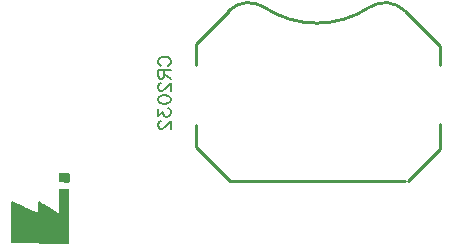
<source format=gbo>
G04 Layer: BottomSilkLayer*
G04 EasyEDA v6.3.22, 2020-04-03T23:48:27+02:00*
G04 c84acfee6ada4594b27f9e032ef05081,b454bf58618a4ea094e2924ff918fcb0,10*
G04 Gerber Generator version 0.2*
G04 Scale: 100 percent, Rotated: No, Reflected: No *
G04 Dimensions in millimeters *
G04 leading zeros omitted , absolute positions ,3 integer and 3 decimal *
%FSLAX33Y33*%
%MOMM*%
G90*
G71D02*

%ADD10C,0.254000*%
%ADD29C,0.152400*%

%LPD*%

%LPD*%
G36*
G01X12510Y11200D02*
G01X11676Y11200D01*
G01X11654Y11141D01*
G01X11649Y11123D01*
G01X11645Y11093D01*
G01X11643Y11054D01*
G01X11641Y11005D01*
G01X11640Y10950D01*
G01X11640Y10891D01*
G01X11641Y10827D01*
G01X11644Y10760D01*
G01X11657Y10438D01*
G01X12453Y10386D01*
G01X12564Y10520D01*
G01X12564Y10791D01*
G01X12562Y10902D01*
G01X12556Y11003D01*
G01X12548Y11083D01*
G01X12537Y11131D01*
G01X12510Y11200D01*
G37*

%LPD*%
G36*
G01X12474Y9894D02*
G01X11694Y9894D01*
G01X11635Y9836D01*
G01X11635Y7848D01*
G01X11609Y7848D01*
G01X11594Y7854D01*
G01X11561Y7870D01*
G01X11513Y7897D01*
G01X11451Y7933D01*
G01X11379Y7977D01*
G01X11296Y8026D01*
G01X11206Y8080D01*
G01X11111Y8139D01*
G01X11061Y8170D01*
G01X11009Y8202D01*
G01X10956Y8234D01*
G01X10902Y8267D01*
G01X10847Y8301D01*
G01X10791Y8334D01*
G01X10737Y8368D01*
G01X10682Y8401D01*
G01X10628Y8433D01*
G01X10576Y8464D01*
G01X10525Y8495D01*
G01X10477Y8524D01*
G01X10431Y8551D01*
G01X10388Y8577D01*
G01X10349Y8599D01*
G01X10313Y8620D01*
G01X9986Y8810D01*
G01X9926Y8787D01*
G01X9865Y8765D01*
G01X9865Y8306D01*
G01X9864Y8214D01*
G01X9864Y8128D01*
G01X9862Y8050D01*
G01X9860Y7982D01*
G01X9858Y7926D01*
G01X9855Y7884D01*
G01X9852Y7857D01*
G01X9849Y7848D01*
G01X9844Y7849D01*
G01X9832Y7854D01*
G01X9814Y7862D01*
G01X9789Y7872D01*
G01X9758Y7885D01*
G01X9721Y7901D01*
G01X9679Y7919D01*
G01X9631Y7940D01*
G01X9579Y7963D01*
G01X9521Y7988D01*
G01X9460Y8015D01*
G01X9394Y8044D01*
G01X9325Y8074D01*
G01X9252Y8106D01*
G01X9176Y8140D01*
G01X9097Y8175D01*
G01X9016Y8211D01*
G01X8931Y8248D01*
G01X8845Y8287D01*
G01X8757Y8326D01*
G01X7681Y8803D01*
G01X7564Y8708D01*
G01X7564Y7319D01*
G01X7565Y7241D01*
G01X7565Y7163D01*
G01X7566Y7007D01*
G01X7566Y6930D01*
G01X7567Y6778D01*
G01X7568Y6703D01*
G01X7569Y6629D01*
G01X7570Y6556D01*
G01X7571Y6485D01*
G01X7572Y6415D01*
G01X7573Y6347D01*
G01X7574Y6280D01*
G01X7575Y6216D01*
G01X7576Y6154D01*
G01X7577Y6095D01*
G01X7579Y6038D01*
G01X7580Y5984D01*
G01X7582Y5932D01*
G01X7583Y5884D01*
G01X7584Y5838D01*
G01X7586Y5797D01*
G01X7588Y5758D01*
G01X7590Y5724D01*
G01X7591Y5693D01*
G01X7593Y5666D01*
G01X7621Y5248D01*
G01X12409Y5200D01*
G01X12439Y5228D01*
G01X12470Y5257D01*
G01X12501Y7459D01*
G01X12533Y9661D01*
G01X12503Y9778D01*
G01X12474Y9894D01*
G37*

%LPC*%
G36*
G01X7686Y6184D02*
G01X7670Y6476D01*
G01X7670Y5257D01*
G01X7686Y5575D01*
G01X7688Y5644D01*
G01X7690Y5721D01*
G01X7691Y5802D01*
G01X7692Y5885D01*
G01X7691Y5967D01*
G01X7690Y6046D01*
G01X7688Y6119D01*
G01X7686Y6184D01*
G37*
G36*
G01X9986Y8446D02*
G01X9970Y8696D01*
G01X9970Y7695D01*
G01X9986Y7946D01*
G01X9989Y8001D01*
G01X9991Y8063D01*
G01X9992Y8128D01*
G01X9993Y8196D01*
G01X9992Y8264D01*
G01X9991Y8329D01*
G01X9989Y8391D01*
G01X9986Y8446D01*
G37*

%LPD*%
G54D10*
G01X23232Y15256D02*
G01X23232Y13453D01*
G01X26127Y10557D01*
G01X40910Y10557D01*
G01X41215Y10557D02*
G01X43933Y13250D01*
G01X43933Y15358D01*
G01X43933Y20336D02*
G01X43933Y21936D01*
G01X40910Y24934D01*
G01X26026Y24934D02*
G01X23232Y22140D01*
G01X23232Y20336D01*
G54D29*
G01X20291Y20268D02*
G01X20186Y20321D01*
G01X20082Y20425D01*
G01X20031Y20527D01*
G01X20031Y20735D01*
G01X20082Y20839D01*
G01X20186Y20943D01*
G01X20291Y20997D01*
G01X20445Y21047D01*
G01X20705Y21047D01*
G01X20862Y20997D01*
G01X20966Y20943D01*
G01X21070Y20839D01*
G01X21121Y20735D01*
G01X21121Y20527D01*
G01X21070Y20425D01*
G01X20966Y20321D01*
G01X20862Y20268D01*
G01X20031Y19925D02*
G01X21121Y19925D01*
G01X20031Y19925D02*
G01X20031Y19457D01*
G01X20082Y19303D01*
G01X20133Y19249D01*
G01X20237Y19198D01*
G01X20341Y19198D01*
G01X20445Y19249D01*
G01X20499Y19303D01*
G01X20550Y19457D01*
G01X20550Y19925D01*
G01X20550Y19562D02*
G01X21121Y19198D01*
G01X20291Y18802D02*
G01X20237Y18802D01*
G01X20133Y18751D01*
G01X20082Y18698D01*
G01X20031Y18596D01*
G01X20031Y18388D01*
G01X20082Y18284D01*
G01X20133Y18231D01*
G01X20237Y18180D01*
G01X20341Y18180D01*
G01X20445Y18231D01*
G01X20603Y18335D01*
G01X21121Y18855D01*
G01X21121Y18126D01*
G01X20031Y17474D02*
G01X20082Y17629D01*
G01X20237Y17733D01*
G01X20499Y17784D01*
G01X20654Y17784D01*
G01X20913Y17733D01*
G01X21070Y17629D01*
G01X21121Y17474D01*
G01X21121Y17370D01*
G01X21070Y17212D01*
G01X20913Y17110D01*
G01X20654Y17057D01*
G01X20499Y17057D01*
G01X20237Y17110D01*
G01X20082Y17212D01*
G01X20031Y17370D01*
G01X20031Y17474D01*
G01X20031Y16610D02*
G01X20031Y16039D01*
G01X20445Y16351D01*
G01X20445Y16196D01*
G01X20499Y16092D01*
G01X20550Y16039D01*
G01X20705Y15988D01*
G01X20809Y15988D01*
G01X20966Y16039D01*
G01X21070Y16143D01*
G01X21121Y16298D01*
G01X21121Y16455D01*
G01X21070Y16610D01*
G01X21017Y16663D01*
G01X20913Y16714D01*
G01X20291Y15592D02*
G01X20237Y15592D01*
G01X20133Y15541D01*
G01X20082Y15487D01*
G01X20031Y15383D01*
G01X20031Y15178D01*
G01X20082Y15073D01*
G01X20133Y15020D01*
G01X20237Y14969D01*
G01X20341Y14969D01*
G01X20445Y15020D01*
G01X20603Y15124D01*
G01X21121Y15645D01*
G01X21121Y14916D01*
G54D10*
G75*
G01X40921Y24946D02*
G03X37921Y25246I-1683J-1683D01*
G01*
G75*
G01X37921Y25246D02*
G02X29021Y25246I-4450J6703D01*
G01*
G75*
G01X29021Y25246D02*
G03X26021Y24946I-1317J-1983D01*
G01*
M00*
M02*

</source>
